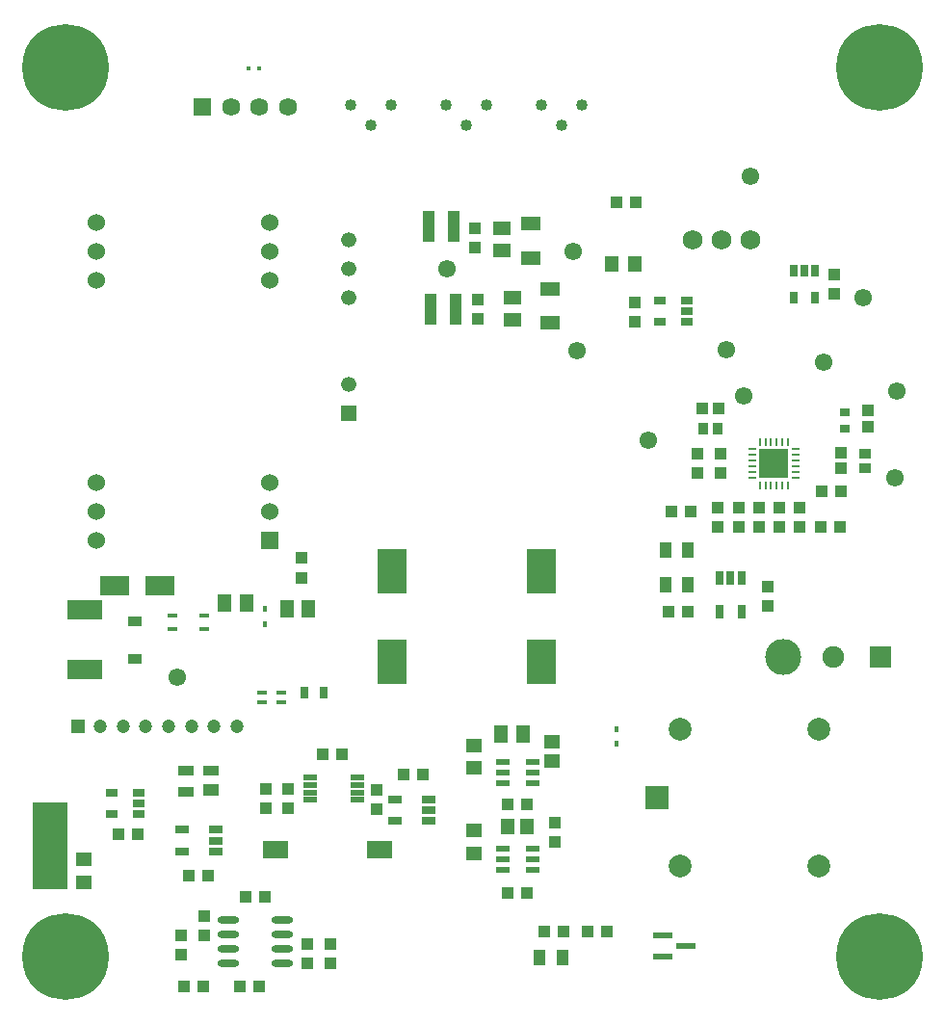
<source format=gbr>
%TF.GenerationSoftware,Altium Limited,Altium Designer,20.0.11 (256)*%
G04 Layer_Color=255*
%FSLAX26Y26*%
%MOIN*%
%TF.FileFunction,Pads,Top*%
%TF.Part,Single*%
G01*
G75*
%TA.AperFunction,SMDPad,CuDef*%
%ADD10R,0.015748X0.018898*%
%ADD11R,0.085827X0.062992*%
%ADD12R,0.086614X0.062992*%
%ADD13R,0.051181X0.059055*%
%ADD14R,0.057087X0.047244*%
G04:AMPARAMS|DCode=15|XSize=17.716mil|YSize=49.213mil|CornerRadius=1.949mil|HoleSize=0mil|Usage=FLASHONLY|Rotation=270.000|XOffset=0mil|YOffset=0mil|HoleType=Round|Shape=RoundedRectangle|*
%AMROUNDEDRECTD15*
21,1,0.017716,0.045315,0,0,270.0*
21,1,0.013819,0.049213,0,0,270.0*
1,1,0.003898,-0.022657,-0.006910*
1,1,0.003898,-0.022657,0.006910*
1,1,0.003898,0.022657,0.006910*
1,1,0.003898,0.022657,-0.006910*
%
%ADD15ROUNDEDRECTD15*%
%ADD16R,0.048032X0.024409*%
%ADD17R,0.059055X0.051181*%
%ADD18R,0.043000X0.039000*%
%ADD19R,0.039370X0.043307*%
G04:AMPARAMS|DCode=20|XSize=9.842mil|YSize=23.622mil|CornerRadius=1.968mil|HoleSize=0mil|Usage=FLASHONLY|Rotation=180.000|XOffset=0mil|YOffset=0mil|HoleType=Round|Shape=RoundedRectangle|*
%AMROUNDEDRECTD20*
21,1,0.009842,0.019685,0,0,180.0*
21,1,0.005906,0.023622,0,0,180.0*
1,1,0.003937,-0.002953,0.009842*
1,1,0.003937,0.002953,0.009842*
1,1,0.003937,0.002953,-0.009842*
1,1,0.003937,-0.002953,-0.009842*
%
%ADD20ROUNDEDRECTD20*%
G04:AMPARAMS|DCode=21|XSize=9.842mil|YSize=23.622mil|CornerRadius=1.968mil|HoleSize=0mil|Usage=FLASHONLY|Rotation=270.000|XOffset=0mil|YOffset=0mil|HoleType=Round|Shape=RoundedRectangle|*
%AMROUNDEDRECTD21*
21,1,0.009842,0.019685,0,0,270.0*
21,1,0.005906,0.023622,0,0,270.0*
1,1,0.003937,-0.009842,-0.002953*
1,1,0.003937,-0.009842,0.002953*
1,1,0.003937,0.009842,0.002953*
1,1,0.003937,0.009842,-0.002953*
%
%ADD21ROUNDEDRECTD21*%
G04:AMPARAMS|DCode=22|XSize=102.362mil|YSize=102.362mil|CornerRadius=2.047mil|HoleSize=0mil|Usage=FLASHONLY|Rotation=180.000|XOffset=0mil|YOffset=0mil|HoleType=Round|Shape=RoundedRectangle|*
%AMROUNDEDRECTD22*
21,1,0.102362,0.098268,0,0,180.0*
21,1,0.098268,0.102362,0,0,180.0*
1,1,0.004094,-0.049134,0.049134*
1,1,0.004094,0.049134,0.049134*
1,1,0.004094,0.049134,-0.049134*
1,1,0.004094,-0.049134,-0.049134*
%
%ADD22ROUNDEDRECTD22*%
%ADD23R,0.098425X0.066929*%
%ADD24R,0.048032X0.035827*%
%ADD25R,0.124016X0.070079*%
%ADD26R,0.035433X0.015748*%
%ADD27R,0.035433X0.027559*%
%ADD28R,0.035433X0.039370*%
%ADD29R,0.070866X0.045276*%
%ADD30R,0.098425X0.157480*%
%ADD31R,0.055118X0.035433*%
%ADD32R,0.055118X0.043307*%
%ADD33R,0.039370X0.106299*%
%ADD34R,0.066929X0.023622*%
%ADD35R,0.039370X0.043307*%
%ADD36R,0.039764X0.057874*%
%ADD37R,0.012795X0.015748*%
%ADD38R,0.047244X0.057087*%
%ADD39R,0.039000X0.043000*%
%ADD40O,0.074803X0.023622*%
%ADD41R,0.027559X0.039370*%
%ADD42R,0.035433X0.015748*%
G04:AMPARAMS|DCode=43|XSize=25.591mil|YSize=47.244mil|CornerRadius=1.919mil|HoleSize=0mil|Usage=FLASHONLY|Rotation=270.000|XOffset=0mil|YOffset=0mil|HoleType=Round|Shape=RoundedRectangle|*
%AMROUNDEDRECTD43*
21,1,0.025591,0.043406,0,0,270.0*
21,1,0.021752,0.047244,0,0,270.0*
1,1,0.003839,-0.021703,-0.010876*
1,1,0.003839,-0.021703,0.010876*
1,1,0.003839,0.021703,0.010876*
1,1,0.003839,0.021703,-0.010876*
%
%ADD43ROUNDEDRECTD43*%
%ADD44R,0.120000X0.300000*%
%ADD45R,0.027559X0.039370*%
%ADD46R,0.043307X0.039370*%
%ADD47R,0.039370X0.027559*%
G04:AMPARAMS|DCode=48|XSize=25.591mil|YSize=47.244mil|CornerRadius=1.919mil|HoleSize=0mil|Usage=FLASHONLY|Rotation=0.000|XOffset=0mil|YOffset=0mil|HoleType=Round|Shape=RoundedRectangle|*
%AMROUNDEDRECTD48*
21,1,0.025591,0.043406,0,0,0.0*
21,1,0.021752,0.047244,0,0,0.0*
1,1,0.003839,0.010876,-0.021703*
1,1,0.003839,-0.010876,-0.021703*
1,1,0.003839,-0.010876,0.021703*
1,1,0.003839,0.010876,0.021703*
%
%ADD48ROUNDEDRECTD48*%
%ADD49R,0.043307X0.039370*%
%ADD50R,0.039370X0.035433*%
%TA.AperFunction,ComponentPad*%
%ADD64C,0.047244*%
%ADD65R,0.047244X0.047244*%
%ADD66C,0.062598*%
%ADD67R,0.062598X0.062598*%
%ADD68C,0.060000*%
%ADD69R,0.060000X0.060000*%
%ADD70C,0.040000*%
%ADD71C,0.075000*%
%ADD72R,0.075000X0.075000*%
%ADD73C,0.125000*%
%ADD74C,0.300000*%
%ADD75C,0.078740*%
%ADD76R,0.078740X0.078740*%
%ADD77C,0.061024*%
%ADD78C,0.068898*%
%ADD79C,0.100000*%
%ADD80R,0.052283X0.052283*%
%ADD81C,0.052283*%
D10*
X885000Y1355138D02*
D03*
Y1407106D02*
D03*
X2100000Y990984D02*
D03*
Y939016D02*
D03*
D11*
X1280906Y575000D02*
D03*
D12*
X919095D02*
D03*
D13*
X1034803Y1408622D02*
D03*
X960000D02*
D03*
X1775866Y975000D02*
D03*
X1701063D02*
D03*
X819803Y1425748D02*
D03*
X745000D02*
D03*
D14*
X1878465Y948465D02*
D03*
Y881535D02*
D03*
X1608465Y639370D02*
D03*
Y560630D02*
D03*
Y934370D02*
D03*
Y855630D02*
D03*
X257599Y539370D02*
D03*
Y460630D02*
D03*
D15*
X1205158Y797795D02*
D03*
Y823386D02*
D03*
Y746614D02*
D03*
Y772205D02*
D03*
X1041772Y823386D02*
D03*
Y772205D02*
D03*
Y797795D02*
D03*
Y746614D02*
D03*
D16*
X1810039Y877402D02*
D03*
Y840000D02*
D03*
Y802598D02*
D03*
X1706890Y840000D02*
D03*
Y877402D02*
D03*
Y802598D02*
D03*
X1810039Y502598D02*
D03*
Y540000D02*
D03*
Y577402D02*
D03*
X1706890D02*
D03*
Y540000D02*
D03*
Y502598D02*
D03*
D17*
X1705000Y2722402D02*
D03*
Y2647599D02*
D03*
X1740000Y2482402D02*
D03*
Y2407599D02*
D03*
D18*
X2878500Y1815000D02*
D03*
X2811500D02*
D03*
X863779Y100000D02*
D03*
X796850D02*
D03*
X605000D02*
D03*
X671929D02*
D03*
X2806535Y1691535D02*
D03*
X2873465D02*
D03*
X2291535Y1745000D02*
D03*
X2358465D02*
D03*
X2001535Y290000D02*
D03*
X2068465D02*
D03*
X2279879Y1396929D02*
D03*
X2346808D02*
D03*
X1917465Y290000D02*
D03*
X1850535D02*
D03*
X2168246Y2815000D02*
D03*
X2101317D02*
D03*
D19*
X2452559Y2100000D02*
D03*
X2397441D02*
D03*
D20*
X2694213Y1984803D02*
D03*
X2654843D02*
D03*
X2674528D02*
D03*
X2635157D02*
D03*
X2694213Y1835197D02*
D03*
X2654843D02*
D03*
X2674528D02*
D03*
X2635157D02*
D03*
X2615472Y1984803D02*
D03*
X2595787D02*
D03*
Y1835197D02*
D03*
X2615472D02*
D03*
D21*
X2719803Y1959213D02*
D03*
Y1919842D02*
D03*
Y1900158D02*
D03*
Y1939528D02*
D03*
Y1880472D02*
D03*
Y1860787D02*
D03*
X2570197Y1959213D02*
D03*
Y1919842D02*
D03*
Y1900158D02*
D03*
Y1939528D02*
D03*
Y1880472D02*
D03*
Y1860787D02*
D03*
D22*
X2645000Y1910000D02*
D03*
D23*
X520315Y1488740D02*
D03*
X362835D02*
D03*
D24*
X433000Y1363370D02*
D03*
Y1234630D02*
D03*
D25*
X260000Y1402953D02*
D03*
Y1197047D02*
D03*
D26*
X675118Y1382638D02*
D03*
Y1337362D02*
D03*
X564882Y1382638D02*
D03*
Y1337362D02*
D03*
D27*
X2890000Y2086437D02*
D03*
Y2031319D02*
D03*
D28*
X2450590Y2030000D02*
D03*
X2399409D02*
D03*
D29*
X1870000Y2514055D02*
D03*
Y2395945D02*
D03*
X1805000Y2620945D02*
D03*
Y2739055D02*
D03*
D30*
X1840000Y1537480D02*
D03*
Y1222520D02*
D03*
X1325000Y1537480D02*
D03*
Y1222520D02*
D03*
D31*
X697307Y848402D02*
D03*
X610693D02*
D03*
Y773598D02*
D03*
D32*
X697307Y781472D02*
D03*
D33*
X1543307Y2445000D02*
D03*
X1456693D02*
D03*
X1538307Y2730000D02*
D03*
X1451693D02*
D03*
D34*
X2339370Y240000D02*
D03*
X2260630Y202599D02*
D03*
Y277402D02*
D03*
D35*
X2165000Y2468465D02*
D03*
Y2401535D02*
D03*
X2855000Y2563465D02*
D03*
Y2496535D02*
D03*
X1010000Y1582480D02*
D03*
Y1515551D02*
D03*
X1610000Y2723465D02*
D03*
Y2656535D02*
D03*
X888465Y716535D02*
D03*
Y783465D02*
D03*
X2380000Y1876535D02*
D03*
Y1943465D02*
D03*
X2460000Y1876535D02*
D03*
Y1943465D02*
D03*
X2625000Y1416535D02*
D03*
Y1483465D02*
D03*
X1620000Y2478465D02*
D03*
Y2411535D02*
D03*
D36*
X2348583Y1610000D02*
D03*
X2271417D02*
D03*
X1912583Y200000D02*
D03*
X1835417D02*
D03*
X2271417Y1490000D02*
D03*
X2348583D02*
D03*
D37*
X862449Y3277000D02*
D03*
X828000D02*
D03*
D38*
X2162564Y2600000D02*
D03*
X2083824D02*
D03*
X1725000Y655000D02*
D03*
X1791929D02*
D03*
D39*
X595000Y278465D02*
D03*
Y211536D02*
D03*
X1110000Y248464D02*
D03*
Y181535D02*
D03*
X1030000Y181536D02*
D03*
Y248465D02*
D03*
X1888465Y668465D02*
D03*
Y601535D02*
D03*
X963465Y716535D02*
D03*
Y783465D02*
D03*
X2735000Y1758465D02*
D03*
Y1691535D02*
D03*
X2665157Y1758465D02*
D03*
Y1691535D02*
D03*
X2595000Y1758465D02*
D03*
Y1691535D02*
D03*
X2525000Y1758465D02*
D03*
Y1691535D02*
D03*
X1270276Y780472D02*
D03*
Y713543D02*
D03*
X2450000Y1758465D02*
D03*
Y1691535D02*
D03*
X675000Y276535D02*
D03*
Y343464D02*
D03*
D40*
X942520Y330000D02*
D03*
Y230000D02*
D03*
Y280000D02*
D03*
Y180000D02*
D03*
X757480Y330000D02*
D03*
Y280000D02*
D03*
Y230000D02*
D03*
Y180000D02*
D03*
D41*
X1086929Y1115748D02*
D03*
X1020000D02*
D03*
D42*
X941630D02*
D03*
Y1084252D02*
D03*
X874701Y1115748D02*
D03*
Y1084252D02*
D03*
D43*
X713071Y605000D02*
D03*
Y642402D02*
D03*
Y567598D02*
D03*
X596929Y642402D02*
D03*
Y567598D02*
D03*
X1335394Y672598D02*
D03*
Y747402D02*
D03*
X1451535D02*
D03*
Y710000D02*
D03*
Y672598D02*
D03*
D44*
X141000Y586000D02*
D03*
D45*
X2787402Y2577244D02*
D03*
X2750000D02*
D03*
X2712599D02*
D03*
X2787402Y2482756D02*
D03*
X2712599D02*
D03*
D46*
X443464Y626500D02*
D03*
X376535D02*
D03*
X1725000Y730000D02*
D03*
X1791929D02*
D03*
X1725000Y425000D02*
D03*
X1791929D02*
D03*
X1365000Y835000D02*
D03*
X1431929D02*
D03*
X1085000Y905000D02*
D03*
X1151929D02*
D03*
X688465Y485000D02*
D03*
X621535D02*
D03*
X816535Y410000D02*
D03*
X883465D02*
D03*
D47*
X447244Y697321D02*
D03*
Y734723D02*
D03*
Y772124D02*
D03*
X352756Y697321D02*
D03*
Y772124D02*
D03*
X2345000Y2400000D02*
D03*
Y2437402D02*
D03*
Y2474803D02*
D03*
X2250512Y2400000D02*
D03*
Y2474803D02*
D03*
D48*
X2532402Y1396929D02*
D03*
X2457599D02*
D03*
Y1513071D02*
D03*
X2495000D02*
D03*
X2532402D02*
D03*
D49*
X2878500Y1947402D02*
D03*
Y1892284D02*
D03*
X2970000Y2092559D02*
D03*
Y2037441D02*
D03*
D50*
X2960000Y1894409D02*
D03*
Y1945591D02*
D03*
D64*
X629212Y1000000D02*
D03*
X550472D02*
D03*
X786693D02*
D03*
X707953D02*
D03*
X314252D02*
D03*
X471732D02*
D03*
X392992D02*
D03*
D65*
X235512D02*
D03*
D66*
X962305Y3143305D02*
D03*
X765454D02*
D03*
X863880D02*
D03*
D67*
X667029D02*
D03*
D68*
X900000Y2645000D02*
D03*
Y2745000D02*
D03*
Y2545000D02*
D03*
X300000Y2645000D02*
D03*
X900000Y1845000D02*
D03*
Y1745000D02*
D03*
X300000Y2745000D02*
D03*
Y1845000D02*
D03*
Y2545000D02*
D03*
Y1745000D02*
D03*
Y1645000D02*
D03*
D69*
X900000D02*
D03*
D70*
X1980000Y3150000D02*
D03*
X1840000D02*
D03*
X1910000Y3080000D02*
D03*
X1510000Y3150000D02*
D03*
X1580000Y3080000D02*
D03*
X1650000Y3150000D02*
D03*
X1180000D02*
D03*
X1250000Y3080000D02*
D03*
X1320000Y3150000D02*
D03*
D71*
X2851636Y1240000D02*
D03*
D72*
X3014628D02*
D03*
D73*
X2676632D02*
D03*
D74*
X195000Y205000D02*
D03*
Y3280000D02*
D03*
X3010000D02*
D03*
Y205000D02*
D03*
D75*
X2800000Y990000D02*
D03*
Y517559D02*
D03*
X2319685Y990000D02*
D03*
Y517559D02*
D03*
D76*
X2240945Y753779D02*
D03*
D77*
X2815768Y2260000D02*
D03*
X2955000Y2485000D02*
D03*
X2540000Y2145000D02*
D03*
X3070000Y2160000D02*
D03*
X3065000Y1860000D02*
D03*
X580000Y1171000D02*
D03*
X2565000Y2905000D02*
D03*
X2479571Y2305000D02*
D03*
X2210000Y1990000D02*
D03*
X1950000Y2645000D02*
D03*
X1965000Y2300000D02*
D03*
X1515000Y2585000D02*
D03*
D78*
X2465000Y2685000D02*
D03*
X2365000D02*
D03*
X2565000D02*
D03*
D79*
X141000Y686000D02*
D03*
Y486000D02*
D03*
D80*
X1175000Y2085000D02*
D03*
D81*
Y2185000D02*
D03*
Y2585000D02*
D03*
Y2685000D02*
D03*
Y2485000D02*
D03*
%TF.MD5,e246735c63139852d31832d01535b4f5*%
M02*

</source>
